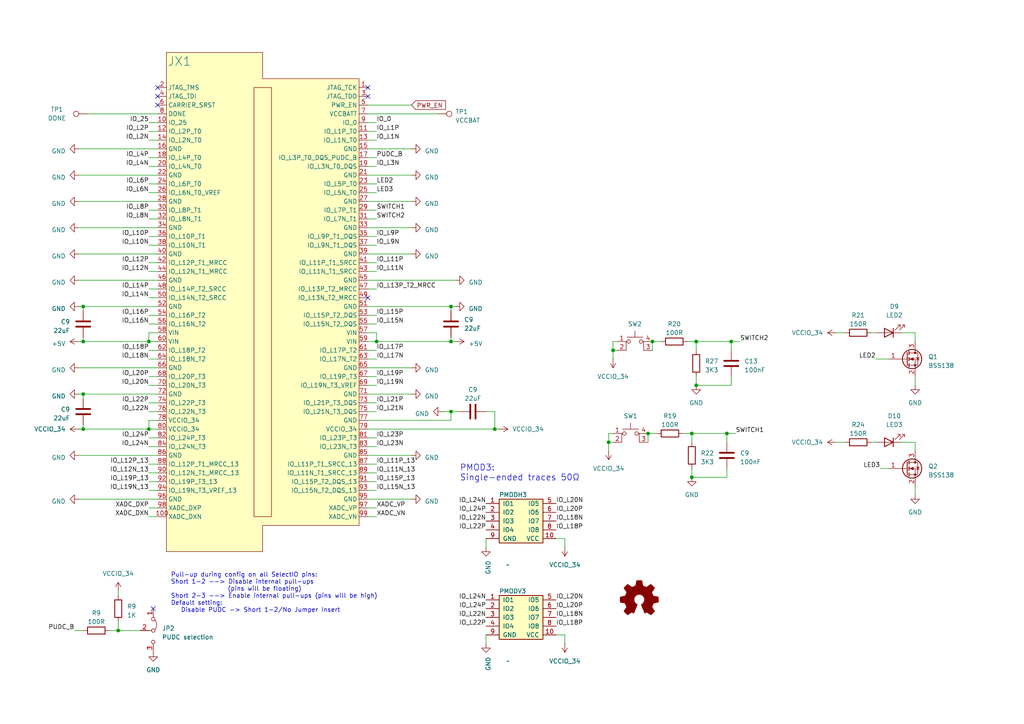
<source format=kicad_sch>
(kicad_sch (version 20250114) (generator "eeschema") (generator_version "9.0")
  (paper "A4")
  (title_block (title "MicroZed development carrier board") (date "2023-08-19") (rev "4") (comment 1 "               License: Creative Commons Zero") (comment 3 "               (c) 2023 Viktor Nikolov"))
  (lib_symbols
    (symbol "Connector:TestPoint" (pin_numbers (hide yes)) (pin_names (offset 0.762) (hide yes))
      (property "Reference" "TP" (at 0 6.858 0))
      (property "Value" "TestPoint" (at 0 5.08 0))
      (symbol "TestPoint_0_1"
        (circle (center 0 3.302) (radius 0.762))
      )
      (symbol "TestPoint_1_1"
        (pin passive line (at 0 0 90) (length 2.54) (name "1") (number "1"))
      )
    )
    (symbol "Device:C" (pin_numbers (hide yes)) (pin_names (offset 0.254))
      (property "Reference" "C" (at 0.635 2.54 0))
      (property "Value" "C" (at 0.635 -2.54 0))
      (symbol "C_0_1"
        (polyline (pts (xy -2.032 0.762) (xy 2.032 0.762)) (stroke (width 0.508)))
        (polyline (pts (xy -2.032 -0.762) (xy 2.032 -0.762)) (stroke (width 0.508)))
      )
      (symbol "C_1_1"
        (pin passive line (at 0 3.81 270) (length 2.794) (name "~") (number "1"))
        (pin passive line (at 0 -3.81 90) (length 2.794) (name "~") (number "2"))
      )
    )
    (symbol "Device:LED" (pin_numbers (hide yes)) (pin_names (offset 1.016) (hide yes))
      (property "Reference" "D" (at 0 2.54 0))
      (property "Value" "LED" (at 0 -2.54 0))
      (symbol "LED_0_1"
        (polyline (pts (xy -3.048 -0.762) (xy -4.572 -2.286) (xy -3.81 -2.286) (xy -4.572 -2.286) (xy -4.572 -1.524)))
        (polyline (pts (xy -1.778 -0.762) (xy -3.302 -2.286) (xy -2.54 -2.286) (xy -3.302 -2.286) (xy -3.302 -1.524)))
        (polyline (pts (xy -1.27 0) (xy 1.27 0)))
        (polyline (pts (xy -1.27 -1.27) (xy -1.27 1.27)) (stroke (width 0.254)))
        (polyline (pts (xy 1.27 -1.27) (xy 1.27 1.27) (xy -1.27 0) (xy 1.27 -1.27)) (stroke (width 0.254)))
      )
      (symbol "LED_1_1"
        (pin passive line (at -3.81 0 0) (length 2.54) (name "K") (number "1"))
        (pin passive line (at 3.81 0 180) (length 2.54) (name "A") (number "2"))
      )
    )
    (symbol "Device:R" (pin_numbers (hide yes)) (pin_names (offset 0))
      (property "Reference" "R" (at 2.032 0 90))
      (property "Value" "R" (at 0 0 90))
      (symbol "R_0_1"
        (rectangle (start -1.016 -2.54) (end 1.016 2.54) (stroke (width 0.254)))
      )
      (symbol "R_1_1"
        (pin passive line (at 0 3.81 270) (length 1.27) (name "~") (number "1"))
        (pin passive line (at 0 -3.81 90) (length 1.27) (name "~") (number "2"))
      )
    )
    (symbol "Graphic:Logo_Open_Hardware_Small" (in_bom no) (on_board no)
      (symbol "Logo_Open_Hardware_Small_0_1"
        (polyline (pts (xy 3.3528 -4.3434) (xy 3.302 -4.318) (xy 3.175 -4.2418) (xy 2.9972 -4.1148) (xy 2.7686 -3.9624) (xy 2.54 -3.81) (xy 2.3622 -3.7084) (xy 2.2352 -3.6068) (xy 2.1844 -3.5814) (xy 2.159 -3.6068) (xy 2.0574 -3.6576) (xy 1.905 -3.7338) (xy 1.8034 -3.7846) (xy 1.6764 -3.8354) (xy 1.6002 -3.8354) (xy 1.6002 -3.8354) (xy 1.5494 -3.7338) (xy 1.4732 -3.5306) (xy 1.3462 -3.302) (xy 1.2446 -3.0226) (xy 1.1176 -2.7178) (xy 0.9652 -2.413) (xy 0.8636 -2.1082) (xy 0.7366 -1.8288) (xy 0.6604 -1.6256) (xy 0.6096 -1.4732) (xy 0.5842 -1.397) (xy 0.5842 -1.397) (xy 0.6604 -1.3208) (xy 0.7874 -1.2446) (xy 1.0414 -1.016) (xy 1.2954 -0.6858) (xy 1.4478 -0.3302) (xy 1.524 0.0762) (xy 1.4732 0.4572) (xy 1.3208 0.8128) (xy 1.0668 1.143) (xy 0.762 1.3716) (xy 0.4064 1.524) (xy 0 1.5748) (xy -0.381 1.5494) (xy -0.7366 1.397) (xy -1.0668 1.143) (xy -1.2192 0.9906) (xy -1.397 0.6604) (xy -1.524 0.3048) (xy -1.524 0.2286) (xy -1.4986 -0.1778) (xy -1.397 -0.5334) (xy -1.1938 -0.8636) (xy -0.9144 -1.143) (xy -0.8636 -1.1684) (xy -0.7366 -1.27) (xy -0.635 -1.3462) (xy -0.5842 -1.397) (xy -1.0668 -2.5908) (xy -1.143 -2.794) (xy -1.2954 -3.1242) (xy -1.397 -3.4036) (xy -1.4986 -3.6322) (xy -1.5748 -3.7846) (xy -1.6002 -3.8354) (xy -1.6002 -3.8354) (xy -1.651 -3.8354) (xy -1.7272 -3.81) (xy -1.905 -3.7338) (xy -2.0066 -3.683) (xy -2.1336 -3.6068) (xy -2.2098 -3.5814) (xy -2.2606 -3.6068) (xy -2.3622 -3.683) (xy -2.54 -3.81) (xy -2.7686 -3.9624) (xy -2.9718 -4.0894) (xy -3.1496 -4.2164) (xy -3.302 -4.318) (xy -3.3528 -4.3434) (xy -3.3782 -4.3434) (xy -3.429 -4.318) (xy -3.5306 -4.2164) (xy -3.7084 -4.064) (xy -3.937 -3.8354) (xy -3.9624 -3.81) (xy -4.1656 -3.6068) (xy -4.318 -3.4544) (xy -4.4196 -3.3274) (xy -4.445 -3.2766) (xy -4.445 -3.2766) (xy -4.4196 -3.2258) (xy -4.318 -3.0734) (xy -4.2164 -2.8956) (xy -4.064 -2.667) (xy -3.6576 -2.0828) (xy -3.8862 -1.5494) (xy -3.937 -1.3716) (xy -4.0386 -1.1684) (xy -4.0894 -1.0414) (xy -4.1148 -0.9652) (xy -4.191 -0.9398) (xy -4.318 -0.9144) (xy -4.5466 -0.8636) (xy -4.8006 -0.8128) (xy -5.0546 -0.7874) (xy -5.2578 -0.7366) (xy -5.4356 -0.7112) (xy -5.5118 -0.6858) (xy -5.5118 -0.6858) (xy -5.5372 -0.635) (xy -5.5372 -0.5588) (xy -5.5372 -0.4318) (xy -5.5626 -0.2286) (xy -5.5626 0.0762) (xy -5.5626 0.127) (xy -5.5372 0.4064) (xy -5.5372 0.635) (xy -5.5372 0.762) (xy -5.5372 0.8382) (xy -5.5372 0.8382) (xy -5.461 0.8382) (xy -5.3086 0.889) (xy -5.08 0.9144) (xy -4.826 0.9652) (xy -4.8006 0.9906) (xy -4.5466 1.0414) (xy -4.318 1.0668) (xy -4.1656 1.1176) (xy -4.0894 1.143) (xy -4.0894 1.143) (xy -4.0386 1.2446) (xy -3.9624 1.4224) (xy -3.8608 1.6256) (xy -3.7846 1.8288) (xy -3.7084 2.0066) (xy -3.6576 2.159) (xy -3.6322 2.2098) (xy -3.6322 2.2098) (xy -3.683 2.286) (xy -3.7592 2.413) (xy -3.8862 2.5908) (xy -4.064 2.8194) (xy -4.064 2.8448) (xy -4.2164 3.0734) (xy -4.3434 3.2512) (xy -4.4196 3.3782) (xy -4.445 3.4544) (xy -4.445 3.4544) (xy -4.3942 3.5052) (xy -4.2926 3.6322) (xy -4.1148 3.81) (xy -3.937 4.0132) (xy -3.8608 4.064) (xy -3.6576 4.2926) (xy -3.5052 4.4196) (xy -3.4036 4.4958) (xy -3.3528 4.5212) (xy -3.3528 4.5212) (xy -3.302 4.4704) (xy -3.1496 4.3688) (xy -2.9718 4.2418) (xy -2.7432 4.0894) (xy -2.7178 4.0894) (xy -2.4892 3.937) (xy -2.3114 3.81) (xy -2.1844 3.7084) (xy -2.1336 3.683) (xy -2.1082 3.683) (xy -2.032 3.7084) (xy -1.8542 3.7592) (xy -1.6764 3.8354) (xy -1.4732 3.937) (xy -1.27 4.0132) (xy -1.143 4.064) (xy -1.0668 4.1148) (xy -1.0668 4.1148) (xy -1.0414 4.191) (xy -1.016 4.3434) (xy -0.9652 4.572) (xy -0.9144 4.8514) (xy -0.889 4.9022) (xy -0.8382 5.1562) (xy -0.8128 5.3848) (xy -0.7874 5.5372) (xy -0.762 5.588) (xy -0.7112 5.6134) (xy -0.5842 5.6134) (xy -0.4064 5.6134) (xy -0.1524 5.6134) (xy 0.0762 5.6134) (xy 0.3302 5.6134) (xy 0.5334 5.6134) (xy 0.6858 5.588) (xy 0.7366 5.588) (xy 0.7366 5.588) (xy 0.762 5.5118) (xy 0.8128 5.334) (xy 0.8382 5.1054) (xy 0.9144 4.826) (xy 0.9144 4.7752) (xy 0.9652 4.5212) (xy 1.016 4.2926) (xy 1.0414 4.1402) (xy 1.0668 4.0894) (xy 1.0668 4.0894) (xy 1.1938 4.0386) (xy 1.3716 3.9624) (xy 1.5748 3.8608) (xy 2.0828 3.6576) (xy 2.7178 4.0894) (xy 2.7686 4.1402) (xy 2.9972 4.2926) (xy 3.175 4.4196) (xy 3.302 4.4958) (xy 3.3782 4.5212) (xy 3.3782 4.5212) (xy 3.429 4.4704) (xy 3.556 4.3434) (xy 3.7338 4.191) (xy 3.9116 3.9878) (xy 4.064 3.8354) (xy 4.2418 3.6576) (xy 4.3434 3.556) (xy 4.4196 3.4798) (xy 4.4196 3.429) (xy 4.4196 3.4036) (xy 4.3942 3.3274) (xy 4.2926 3.2004) (xy 4.1656 2.9972) (xy 4.0132 2.794) (xy 3.8862 2.5908) (xy 3.7592 2.3876) (xy 3.6576 2.2352) (xy 3.6322 2.159) (xy 3.6322 2.1336) (xy 3.683 2.0066) (xy 3.7592 1.8288) (xy 3.8608 1.6002) (xy 4.064 1.1176) (xy 4.3942 1.0414) (xy 4.5974 1.016) (xy 4.8768 0.9652) (xy 5.1308 0.9144) (xy 5.5372 0.8382) (xy 5.5626 -0.6604) (xy 5.4864 -0.6858) (xy 5.4356 -0.6858) (xy 5.2832 -0.7366) (xy 5.0546 -0.762) (xy 4.8006 -0.8128) (xy 4.5974 -0.8636) (xy 4.3688 -0.9144) (xy 4.2164 -0.9398) (xy 4.1402 -0.9398) (xy 4.1148 -0.9652) (xy 4.064 -1.0668) (xy 3.9878 -1.2446) (xy 3.9116 -1.4478) (xy 3.81 -1.651) (xy 3.7338 -1.8542) (xy 3.683 -2.0066) (xy 3.6576 -2.0828) (xy 3.683 -2.1336) (xy 3.7846 -2.2606) (xy 3.8862 -2.4638) (xy 4.0386 -2.667) (xy 4.191 -2.8956) (xy 4.318 -3.0734) (xy 4.3942 -3.2004) (xy 4.445 -3.2766) (xy 4.4196 -3.3274) (xy 4.3434 -3.429) (xy 4.1656 -3.5814) (xy 3.937 -3.8354) (xy 3.8862 -3.8608) (xy 3.683 -4.064) (xy 3.5306 -4.2164) (xy 3.4036 -4.318) (xy 3.3528 -4.3434)) (fill (type outline)))
      )
    )
    (symbol "Jumper:Jumper_3_Bridged12" (pin_names (offset 0) (hide yes))
      (property "Reference" "JP" (at -2.54 -2.54 0))
      (property "Value" "Jumper_3_Bridged12" (at 0 2.794 0))
      (symbol "Jumper_3_Bridged12_0_0"
        (circle (center -3.302 0) (radius 0.508))
        (circle (center 0 0) (radius 0.508))
        (circle (center 3.302 0) (radius 0.508))
      )
      (symbol "Jumper_3_Bridged12_0_1"
        (arc (start -3.048 0.508) (mid -1.651 0.9912) (end -0.254 0.508))
        (polyline (pts (xy 0 -1.27) (xy 0 -0.508)))
      )
      (symbol "Jumper_3_Bridged12_1_1"
        (pin passive line (at -6.35 0 0) (length 2.54) (name "A") (number "1"))
        (pin passive line (at 0 -3.81 90) (length 2.54) (name "C") (number "2"))
        (pin passive line (at 6.35 0 180) (length 2.54) (name "B") (number "3"))
      )
    )
    (symbol "Switch:SW_MEC_5E" (pin_names (offset 1.016) (hide yes))
      (property "Reference" "SW" (at 0.635 5.715 0))
      (property "Value" "SW_MEC_5E" (at 0 -3.175 0))
      (symbol "SW_MEC_5E_0_1"
        (polyline (pts (xy -2.54 0) (xy -2.54 2.54) (xy -2.286 2.54)))
        (polyline (pts (xy -2.286 3.81) (xy 2.286 3.81)))
        (circle (center -1.778 2.54) (radius 0.508))
        (polyline (pts (xy 0 3.81) (xy 0 5.588)))
        (circle (center 1.778 2.54) (radius 0.508))
        (polyline (pts (xy 2.54 0) (xy 2.54 2.54) (xy 2.286 2.54)))
        (pin passive line (at -5.08 2.54 0) (length 2.54) (name "1") (number "1"))
        (pin passive line (at -5.08 0 0) (length 2.54) (name "2") (number "2"))
        (pin passive line (at 5.08 2.54 180) (length 2.54) (name "A") (number "4"))
        (pin passive line (at 5.08 0 180) (length 2.54) (name "K") (number "3"))
      )
    )
    (symbol "Transistor_FET:BSS138" (pin_names (hide yes))
      (property "Reference" "Q" (at 5.08 1.905 0))
      (property "Value" "BSS138" (at 5.08 0 0))
      (symbol "BSS138_0_1"
        (polyline (pts (xy 0.254 1.905) (xy 0.254 -1.905)) (stroke (width 0.254)))
        (polyline (pts (xy 0.254 0) (xy -2.54 0)))
        (polyline (pts (xy 0.762 2.286) (xy 0.762 1.27)) (stroke (width 0.254)))
        (polyline (pts (xy 0.762 0.508) (xy 0.762 -0.508)) (stroke (width 0.254)))
        (polyline (pts (xy 0.762 -1.27) (xy 0.762 -2.286)) (stroke (width 0.254)))
        (polyline (pts (xy 0.762 -1.778) (xy 3.302 -1.778) (xy 3.302 1.778) (xy 0.762 1.778)))
        (polyline (pts (xy 1.016 0) (xy 2.032 0.381) (xy 2.032 -0.381) (xy 1.016 0)) (fill (type outline)))
        (circle (center 1.651 0) (radius 2.794) (stroke (width 0.254)))
        (polyline (pts (xy 2.54 2.54) (xy 2.54 1.778)))
        (circle (center 2.54 1.778) (radius 0.254) (fill (type outline)))
        (circle (center 2.54 -1.778) (radius 0.254) (fill (type outline)))
        (polyline (pts (xy 2.54 -2.54) (xy 2.54 0) (xy 0.762 0)))
        (polyline (pts (xy 2.794 0.508) (xy 2.921 0.381) (xy 3.683 0.381) (xy 3.81 0.254)))
        (polyline (pts (xy 3.302 0.381) (xy 2.921 -0.254) (xy 3.683 -0.254) (xy 3.302 0.381)))
      )
      (symbol "BSS138_1_1"
        (pin input line (at -5.08 0 0) (length 2.54) (name "G") (number "1"))
        (pin passive line (at 2.54 5.08 270) (length 2.54) (name "D") (number "3"))
        (pin passive line (at 2.54 -5.08 90) (length 2.54) (name "S") (number "2"))
      )
    )
    (symbol "Viktor_symbols:MicroZed_carrier_plug_JX1"
      (property "Reference" "JX1" (at -22.86 6.985 0))
      (symbol "MicroZed_carrier_plug_JX1_0_0"
        (pin bidirectional line (at -30.48 0 0) (length 2.54) (name "JTAG_TMS") (number "2"))
        (pin bidirectional line (at -30.48 -2.54 0) (length 2.54) (name "JTAG_TDI") (number "4"))
        (pin bidirectional line (at -30.48 -5.08 0) (length 2.54) (name "CARRIER_SRST") (number "6"))
        (pin bidirectional line (at -30.48 -7.62 0) (length 2.54) (name "DONE") (number "8"))
        (pin bidirectional line (at -30.48 -10.16 0) (length 2.54) (name "IO_25") (number "10"))
        (pin bidirectional line (at -30.48 -12.7 0) (length 2.54) (name "IO_L2P_T0") (number "12"))
        (pin bidirectional line (at -30.48 -15.24 0) (length 2.54) (name "IO_L2N_T0") (number "14"))
        (pin power_out line (at -30.48 -17.78 0) (length 2.54) (name "GND") (number "16"))
        (pin bidirectional line (at -30.48 -20.32 0) (length 2.54) (name "IO_L4P_T0") (number "18"))
        (pin bidirectional line (at -30.48 -22.86 0) (length 2.54) (name "IO_L4N_T0") (number "20"))
        (pin power_out line (at -30.48 -25.4 0) (length 2.54) (name "GND") (number "22"))
        (pin output line (at -30.48 -27.94 0) (length 2.54) (name "IO_L6P_T0") (number "24"))
        (pin output line (at -30.48 -30.48 0) (length 2.54) (name "IO_L6N_T0_VREF") (number "26"))
        (pin power_out line (at -30.48 -33.02 0) (length 2.54) (name "GND") (number "28"))
        (pin output line (at -30.48 -35.56 0) (length 2.54) (name "IO_L8P_T1") (number "30"))
        (pin bidirectional line (at -30.48 -38.1 0) (length 2.54) (name "IO_L8N_T1") (number "32"))
        (pin power_out line (at -30.48 -40.64 0) (length 2.54) (name "GND") (number "34"))
        (pin bidirectional line (at -30.48 -43.18 0) (length 2.54) (name "IO_L10P_T1") (number "36"))
        (pin bidirectional line (at -30.48 -45.72 0) (length 2.54) (name "IO_L10N_T1") (number "38"))
        (pin power_out line (at -30.48 -48.26 0) (length 2.54) (name "GND") (number "40"))
        (pin bidirectional line (at -30.48 -50.8 0) (length 2.54) (name "IO_L12P_T1_MRCC") (number "42"))
        (pin bidirectional line (at -30.48 -53.34 0) (length 2.54) (name "IO_L12N_T1_MRCC") (number "44"))
        (pin power_out line (at -30.48 -55.88 0) (length 2.54) (name "GND") (number "46"))
        (pin bidirectional line (at -30.48 -58.42 0) (length 2.54) (name "IO_L14P_T2_SRCC") (number "48"))
        (pin bidirectional line (at -30.48 -60.96 0) (length 2.54) (name "IO_L14N_T2_SRCC") (number "50"))
        (pin power_out line (at -30.48 -63.5 0) (length 2.54) (name "GND") (number "52"))
        (pin bidirectional line (at -30.48 -66.04 0) (length 2.54) (name "IO_L16P_T2") (number "54"))
        (pin bidirectional line (at -30.48 -68.58 0) (length 2.54) (name "IO_L16N_T2") (number "56"))
        (pin power_in line (at -30.48 -71.12 0) (length 2.54) (name "VIN") (number "58"))
        (pin power_in line (at -30.48 -73.66 0) (length 2.54) (name "VIN") (number "60"))
        (pin bidirectional line (at -30.48 -76.2 0) (length 2.54) (name "IO_L18P_T2") (number "62"))
        (pin bidirectional line (at -30.48 -78.74 0) (length 2.54) (name "IO_L18N_T2") (number "64"))
        (pin power_out line (at -30.48 -81.28 0) (length 2.54) (name "GND") (number "66"))
        (pin bidirectional line (at -30.48 -83.82 0) (length 2.54) (name "IO_L20P_T3") (number "68"))
        (pin bidirectional line (at -30.48 -86.36 0) (length 2.54) (name "IO_L20N_T3") (number "70"))
        (pin power_out line (at -30.48 -88.9 0) (length 2.54) (name "GND") (number "72"))
        (pin bidirectional line (at -30.48 -91.44 0) (length 2.54) (name "IO_L22P_T3") (number "74"))
        (pin bidirectional line (at -30.48 -93.98 0) (length 2.54) (name "IO_L22N_T3") (number "76"))
        (pin power_in line (at -30.48 -96.52 0) (length 2.54) (name "VCCIO_34") (number "78"))
        (pin power_in line (at -30.48 -99.06 0) (length 2.54) (name "VCCIO_34") (number "80"))
        (pin bidirectional line (at -30.48 -101.6 0) (length 2.54) (name "IO_L24P_T3") (number "82"))
        (pin bidirectional line (at -30.48 -104.14 0) (length 2.54) (name "IO_L24N_T3") (number "84"))
        (pin power_out line (at -30.48 -106.68 0) (length 2.54) (name "GND") (number "86"))
        (pin bidirectional line (at -30.48 -109.22 0) (length 2.54) (name "IO_L12P_T1_MRCC_13") (number "88"))
        (pin bidirectional line (at -30.48 -111.76 0) (length 2.54) (name "IO_L12N_T1_MRCC_13") (number "90"))
        (pin bidirectional line (at -30.48 -114.3 0) (length 2.54) (name "IO_L19P_T3_13") (number "92"))
        (pin bidirectional line (at -30.48 -116.84 0) (length 2.54) (name "IO_L19N_T3_VREF_13") (number "94"))
        (pin power_out line (at -30.48 -119.38 0) (length 2.54) (name "GND") (number "96"))
        (pin bidirectional line (at -30.48 -121.92 0) (length 2.54) (name "XADC_DXP") (number "98"))
        (pin bidirectional line (at -30.48 -124.46 0) (length 2.54) (name "XADC_DXN") (number "100"))
        (pin output line (at 30.48 0 180) (length 2.54) (name "JTAG_TCK") (number "1"))
        (pin bidirectional line (at 30.48 -2.54 180) (length 2.54) (name "JTAG_TDO") (number "3"))
        (pin bidirectional line (at 30.48 -5.08 180) (length 2.54) (name "PWR_EN") (number "5"))
        (pin power_in line (at 30.48 -7.62 180) (length 2.54) (name "VCCBATT") (number "7"))
        (pin bidirectional line (at 30.48 -10.16 180) (length 2.54) (name "IO_0") (number "9"))
        (pin bidirectional line (at 30.48 -12.7 180) (length 2.54) (name "IO_L1P_T0") (number "11"))
        (pin bidirectional line (at 30.48 -15.24 180) (length 2.54) (name "IO_L1N_T0") (number "13"))
        (pin power_out line (at 30.48 -17.78 180) (length 2.54) (name "GND") (number "15"))
        (pin bidirectional line (at 30.48 -20.32 180) (length 2.54) (name "IO_L3P_T0_DQS_PUDC_B") (number "17"))
        (pin bidirectional line (at 30.48 -22.86 180) (length 2.54) (name "IO_L3N_T0_DQS") (number "19"))
        (pin power_out line (at 30.48 -25.4 180) (length 2.54) (name "GND") (number "21"))
        (pin output line (at 30.48 -27.94 180) (length 2.54) (name "IO_L5P_T0") (number "23"))
        (pin output line (at 30.48 -30.48 180) (length 2.54) (name "IO_L5N_T0") (number "25"))
        (pin power_out line (at 30.48 -33.02 180) (length 2.54) (name "GND") (number "27"))
        (pin output line (at 30.48 -35.56 180) (length 2.54) (name "IO_L7P_T1") (number "29"))
        (pin output line (at 30.48 -38.1 180) (length 2.54) (name "IO_L7N_T1") (number "31"))
        (pin power_out line (at 30.48 -40.64 180) (length 2.54) (name "GND") (number "33"))
        (pin bidirectional line (at 30.48 -43.18 180) (length 2.54) (name "IO_L9P_T1_DQS") (number "35"))
        (pin bidirectional line (at 30.48 -45.72 180) (length 2.54) (name "IO_L9N_T1_DQS") (number "37"))
        (pin power_out line (at 30.48 -48.26 180) (length 2.54) (name "GND") (number "39"))
        (pin bidirectional line (at 30.48 -50.8 180) (length 2.54) (name "IO_L11P_T1_SRCC") (number "41"))
        (pin bidirectional line (at 30.48 -53.34 180) (length 2.54) (name "IO_L11N_T1_SRCC") (number "43"))
        (pin power_out line (at 30.48 -55.88 180) (length 2.54) (name "GND") (number "45"))
        (pin bidirectional line (at 30.48 -58.42 180) (length 2.54) (name "IO_L13P_T2_MRCC") (number "47"))
        (pin bidirectional line (at 30.48 -60.96 180) (length 2.54) (name "IO_L13N_T2_MRCC") (number "49"))
        (pin power_out line (at 30.48 -63.5 180) (length 2.54) (name "GND") (number "51"))
        (pin bidirectional line (at 30.48 -66.04 180) (length 2.54) (name "IO_L15P_T2_DQS") (number "53"))
        (pin bidirectional line (at 30.48 -68.58 180) (length 2.54) (name "IO_L15N_T2_DQS") (number "55"))
        (pin power_in line (at 30.48 -71.12 180) (length 2.54) (name "VIN") (number "57"))
        (pin power_in line (at 30.48 -73.66 180) (length 2.54) (name "VIN") (number "59"))
        (pin bidirectional line (at 30.48 -76.2 180) (length 2.54) (name "IO_L17P_T2") (number "61"))
        (pin bidirectional line (at 30.48 -78.74 180) (length 2.54) (name "IO_L17N_T2") (number "63"))
        (pin power_out line (at 30.48 -81.28 180) (length 2.54) (name "GND") (number "65"))
        (pin bidirectional line (at 30.48 -83.82 180) (length 2.54) (name "IO_L19P_T3") (number "67"))
        (pin bidirectional line (at 30.48 -86.36 180) (length 2.54) (name "IO_L19N_T3_VREF") (number "69"))
        (pin power_out line (at 30.48 -88.9 180) (length 2.54) (name "GND") (number "71"))
        (pin bidirectional line (at 30.48 -91.44 180) (length 2.54) (name "IO_L21P_T3_DQS") (number "73"))
        (pin bidirectional line (at 30.48 -93.98 180) (length 2.54) (name "IO_L21N_T3_DQS") (number "75"))
        (pin power_out line (at 30.48 -96.52 180) (length 2.54) (name "GND") (number "77"))
        (pin power_in line (at 30.48 -99.06 180) (length 2.54) (name "VCCIO_34") (number "79"))
        (pin bidirectional line (at 30.48 -101.6 180) (length 2.54) (name "IO_L23P_T3") (number "81"))
        (pin bidirectional line (at 30.48 -104.14 180) (length 2.54) (name "IO_L23N_T3") (number "83"))
        (pin power_out line (at 30.48 -106.68 180) (length 2.54) (name "GND") (number "85"))
        (pin bidirectional line (at 30.48 -109.22 180) (length 2.54) (name "IO_L11P_T1_SRCC_13") (number "87"))
        (pin bidirectional line (at 30.48 -111.76 180) (length 2.54) (name "IO_L11N_T1_SRCC_13") (number "89"))
        (pin bidirectional line (at 30.48 -114.3 180) (length 2.54) (name "IO_L15P_T2_DQS_13") (number "91"))
        (pin bidirectional line (at 30.48 -116.84 180) (length 2.54) (name "IO_L15N_T2_DQS_13") (number "93"))
        (pin power_out line (at 30.48 -119.38 180) (length 2.54) (name "GND") (number "95"))
        (pin bidirectional line (at 30.48 -121.92 180) (length 2.54) (name "XADC_VP") (number "97"))
        (pin bidirectional line (at 30.48 -124.46 180) (length 2.54) (name "XADC_VN") (number "99"))
      )
      (symbol "MicroZed_carrier_plug_JX1_0_1"
        (rectangle (start -2.54 0) (end 2.54 -124.46))
      )
      (symbol "MicroZed_carrier_plug_JX1_1_1"
        (polyline (pts (xy 27.94 2.54) (xy 27.94 -127) (xy 0 -127) (xy 0 -134.62) (xy -27.94 -134.62) (xy -27.94 10.16) (xy 0 10.16) (xy 0 2.54) (xy 27.94 2.54)) (fill (type background)))
      )
    )
    (symbol "Viktor_symbols:PMOD_socket" (pin_names (offset 1.016))
      (property "Reference" "J" (at -3.81 10.16 0))
      (symbol "PMOD_socket_1_1"
        (rectangle (start -6.35 8.89) (end 6.35 -3.81) (stroke (width 0.254)) (fill (type background)))
        (pin bidirectional line (at -10.16 7.62 0) (length 3.81) (name "IO1") (number "1"))
        (pin bidirectional line (at -10.16 5.08 0) (length 3.81) (name "IO2") (number "2"))
        (pin bidirectional line (at -10.16 2.54 0) (length 3.81) (name "IO3") (number "3"))
        (pin bidirectional line (at -10.16 0 0) (length 3.81) (name "IO4") (number "4"))
        (pin power_out line (at -10.16 -2.54 0) (length 3.81) (name "GND") (number "9"))
        (pin bidirectional line (at 10.16 7.62 180) (length 3.81) (name "IO5") (number "5"))
        (pin bidirectional line (at 10.16 5.08 180) (length 3.81) (name "IO6") (number "6"))
        (pin bidirectional line (at 10.16 2.54 180) (length 3.81) (name "IO7") (number "7"))
        (pin bidirectional line (at 10.16 0 180) (length 3.81) (name "IO8") (number "8"))
        (pin power_in line (at 10.16 -2.54 180) (length 3.81) (name "VCC") (number "10"))
      )
    )
    (symbol "power:+5V" (power) (pin_names (offset 0))
      (property "Value" "+5V" (at 0 3.556 0))
      (symbol "+5V_0_1"
        (polyline (pts (xy -0.762 1.27) (xy 0 2.54)))
        (polyline (pts (xy 0 2.54) (xy 0.762 1.27)))
        (polyline (pts (xy 0 0) (xy 0 2.54)))
      )
      (symbol "+5V_1_1"
        (pin power_in line (at 0 0 90) (length 0) (hide yes) (name "+5V") (number "1"))
      )
    )
    (symbol "power:GND" (power) (pin_names (offset 0))
      (property "Value" "GND" (at 0 -3.81 0))
      (symbol "GND_0_1"
        (polyline (pts (xy 0 0) (xy 0 -1.27) (xy 1.27 -1.27) (xy 0 -2.54) (xy -1.27 -1.27) (xy 0 -1.27)))
      )
      (symbol "GND_1_1"
        (pin power_in line (at 0 0 270) (length 0) (hide yes) (name "GND") (number "1"))
      )
    )
    (symbol "power:VCC" (power) (pin_numbers (hide yes)) (pin_names (offset 0) (hide yes))
      (property "Value" "VCC" (at 0 3.556 0))
      (symbol "VCC_0_1"
        (polyline (pts (xy -0.762 1.27) (xy 0 2.54)))
        (polyline (pts (xy 0 2.54) (xy 0.762 1.27)))
        (polyline (pts (xy 0 0) (xy 0 2.54)))
      )
      (symbol "VCC_1_1"
        (pin power_in line (at 0 0 90) (length 0) (name "~") (number "1"))
      )
    )
  )
  (text "PMOD3:\nSingle-ended traces 50Ω" (at 133.35 139.7 0) (effects (font (size 1.778 1.778)) (justify left bottom)))
  (text "Pull-up during config on all SelectIO pins:\nShort 1-2 --> Disable internal pull-ups \n                 (pins will be floating)\nShort 2-3 --> Enable internal pull-ups (pins will be high)\nDefault setting:\n   Disable PUDC -> Short 1-2/No Jumper Insert" (at 49.53 177.8 0) (effects (font (size 1.27 1.27)) (justify left bottom)))
  (junction (at 177.8 101.6))
  (junction (at 212.09 99.06))
  (junction (at 200.66 138.43))
  (junction (at 200.66 125.73))
  (junction (at 24.13 99.06))
  (junction (at 210.82 125.73))
  (junction (at 130.81 119.38))
  (junction (at 187.96 125.73))
  (junction (at 43.18 124.46))
  (junction (at 189.23 99.06))
  (junction (at 130.81 88.9))
  (junction (at 34.29 182.88))
  (junction (at 201.93 111.76))
  (junction (at 109.22 99.06))
  (junction (at 176.53 128.27))
  (junction (at 130.81 99.06))
  (junction (at 201.93 99.06))
  (junction (at 24.13 124.46))
  (junction (at 143.51 124.46))
  (junction (at 24.13 88.9))
  (junction (at 24.13 114.3))
  (junction (at 43.18 99.06))
  (no_connect (at 106.68 86.36))
  (no_connect (at 45.72 25.4))
  (no_connect (at 45.72 30.48))
  (no_connect (at 106.68 25.4))
  (no_connect (at 45.72 27.94))
  (no_connect (at 44.45 176.53))
  (no_connect (at 106.68 27.94))
  (wire (pts (xy 201.93 99.06) (xy 201.93 101.6)))
  (wire (pts (xy 106.68 119.38) (xy 109.22 119.38)))
  (wire (pts (xy 210.82 135.89) (xy 210.82 138.43)))
  (wire (pts (xy 22.86 132.08) (xy 45.72 132.08)))
  (wire (pts (xy 43.18 38.1) (xy 45.72 38.1)))
  (wire (pts (xy 106.68 132.08) (xy 119.38 132.08)))
  (wire (pts (xy 24.13 114.3) (xy 45.72 114.3)))
  (wire (pts (xy 140.97 186.69) (xy 140.97 184.15)))
  (wire (pts (xy 106.68 38.1) (xy 109.22 38.1)))
  (wire (pts (xy 22.86 106.68) (xy 45.72 106.68)))
  (wire (pts (xy 106.68 121.92) (xy 130.81 121.92)))
  (wire (pts (xy 106.68 83.82) (xy 109.22 83.82)))
  (wire (pts (xy 128.27 119.38) (xy 130.81 119.38)))
  (wire (pts (xy 43.18 63.5) (xy 45.72 63.5)))
  (wire (pts (xy 176.53 128.27) (xy 177.8 128.27)))
  (wire (pts (xy 22.86 144.78) (xy 45.72 144.78)))
  (wire (pts (xy 106.68 149.86) (xy 109.22 149.86)))
  (wire (pts (xy 210.82 125.73) (xy 210.82 128.27)))
  (wire (pts (xy 109.22 99.06) (xy 130.81 99.06)))
  (wire (pts (xy 106.68 109.22) (xy 109.22 109.22)))
  (wire (pts (xy 43.18 45.72) (xy 45.72 45.72)))
  (wire (pts (xy 43.18 139.7) (xy 45.72 139.7)))
  (wire (pts (xy 254 104.14) (xy 257.81 104.14)))
  (wire (pts (xy 265.43 128.27) (xy 265.43 130.81)))
  (wire (pts (xy 106.68 101.6) (xy 109.22 101.6)))
  (wire (pts (xy 43.18 71.12) (xy 45.72 71.12)))
  (wire (pts (xy 106.68 93.98) (xy 109.22 93.98)))
  (wire (pts (xy 106.68 53.34) (xy 109.22 53.34)))
  (wire (pts (xy 106.68 58.42) (xy 119.38 58.42)))
  (wire (pts (xy 265.43 140.97) (xy 265.43 143.51)))
  (wire (pts (xy 200.66 125.73) (xy 210.82 125.73)))
  (wire (pts (xy 161.29 184.15) (xy 163.83 184.15)))
  (wire (pts (xy 43.18 96.52) (xy 43.18 99.06)))
  (wire (pts (xy 109.22 99.06) (xy 106.68 99.06)))
  (wire (pts (xy 130.81 88.9) (xy 130.81 90.17)))
  (wire (pts (xy 106.68 45.72) (xy 109.22 45.72)))
  (wire (pts (xy 265.43 109.22) (xy 265.43 111.76)))
  (wire (pts (xy 43.18 111.76) (xy 45.72 111.76)))
  (wire (pts (xy 24.13 97.79) (xy 24.13 99.06)))
  (wire (pts (xy 106.68 127) (xy 109.22 127)))
  (wire (pts (xy 43.18 149.86) (xy 45.72 149.86)))
  (wire (pts (xy 22.86 99.06) (xy 24.13 99.06)))
  (wire (pts (xy 106.68 71.12) (xy 109.22 71.12)))
  (wire (pts (xy 43.18 134.62) (xy 45.72 134.62)))
  (wire (pts (xy 140.97 158.75) (xy 140.97 156.21)))
  (wire (pts (xy 200.66 125.73) (xy 200.66 128.27)))
  (wire (pts (xy 187.96 125.73) (xy 190.5 125.73)))
  (wire (pts (xy 43.18 142.24) (xy 45.72 142.24)))
  (wire (pts (xy 22.86 124.46) (xy 24.13 124.46)))
  (wire (pts (xy 106.68 88.9) (xy 130.81 88.9)))
  (wire (pts (xy 43.18 101.6) (xy 45.72 101.6)))
  (wire (pts (xy 22.86 50.8) (xy 45.72 50.8)))
  (wire (pts (xy 161.29 156.21) (xy 163.83 156.21)))
  (wire (pts (xy 106.68 111.76) (xy 109.22 111.76)))
  (wire (pts (xy 43.18 119.38) (xy 45.72 119.38)))
  (wire (pts (xy 106.68 73.66) (xy 119.38 73.66)))
  (wire (pts (xy 163.83 184.15) (xy 163.83 186.69)))
  (wire (pts (xy 106.68 60.96) (xy 109.22 60.96)))
  (wire (pts (xy 200.66 138.43) (xy 210.82 138.43)))
  (wire (pts (xy 106.68 104.14) (xy 109.22 104.14)))
  (wire (pts (xy 201.93 109.22) (xy 201.93 111.76)))
  (wire (pts (xy 106.68 116.84) (xy 109.22 116.84)))
  (wire (pts (xy 106.68 35.56) (xy 109.22 35.56)))
  (wire (pts (xy 179.07 99.06) (xy 177.8 99.06)))
  (wire (pts (xy 45.72 121.92) (xy 43.18 121.92)))
  (wire (pts (xy 106.68 96.52) (xy 109.22 96.52)))
  (wire (pts (xy 140.97 119.38) (xy 143.51 119.38)))
  (wire (pts (xy 43.18 104.14) (xy 45.72 104.14)))
  (wire (pts (xy 43.18 83.82) (xy 45.72 83.82)))
  (wire (pts (xy 24.13 99.06) (xy 43.18 99.06)))
  (wire (pts (xy 106.68 78.74) (xy 109.22 78.74)))
  (wire (pts (xy 252.73 96.52) (xy 254 96.52)))
  (wire (pts (xy 22.86 81.28) (xy 45.72 81.28)))
  (wire (pts (xy 106.68 76.2) (xy 109.22 76.2)))
  (wire (pts (xy 31.75 182.88) (xy 34.29 182.88)))
  (wire (pts (xy 255.27 135.89) (xy 257.81 135.89)))
  (wire (pts (xy 22.86 88.9) (xy 24.13 88.9)))
  (wire (pts (xy 106.68 43.18) (xy 119.38 43.18)))
  (wire (pts (xy 106.68 66.04) (xy 119.38 66.04)))
  (wire (pts (xy 34.29 182.88) (xy 40.64 182.88)))
  (wire (pts (xy 43.18 127) (xy 45.72 127)))
  (wire (pts (xy 22.86 43.18) (xy 45.72 43.18)))
  (wire (pts (xy 106.68 144.78) (xy 119.38 144.78)))
  (wire (pts (xy 177.8 99.06) (xy 177.8 101.6)))
  (wire (pts (xy 24.13 114.3) (xy 24.13 115.57)))
  (wire (pts (xy 24.13 88.9) (xy 45.72 88.9)))
  (wire (pts (xy 43.18 99.06) (xy 45.72 99.06)))
  (wire (pts (xy 176.53 125.73) (xy 176.53 128.27)))
  (wire (pts (xy 106.68 81.28) (xy 132.08 81.28)))
  (wire (pts (xy 252.73 128.27) (xy 254 128.27)))
  (wire (pts (xy 212.09 99.06) (xy 214.63 99.06)))
  (wire (pts (xy 212.09 99.06) (xy 212.09 101.6)))
  (wire (pts (xy 130.81 119.38) (xy 133.35 119.38)))
  (wire (pts (xy 177.8 101.6) (xy 177.8 104.14)))
  (wire (pts (xy 106.68 50.8) (xy 119.38 50.8)))
  (wire (pts (xy 106.68 139.7) (xy 109.22 139.7)))
  (wire (pts (xy 106.68 40.64) (xy 109.22 40.64)))
  (wire (pts (xy 43.18 78.74) (xy 45.72 78.74)))
  (wire (pts (xy 210.82 125.73) (xy 213.36 125.73)))
  (wire (pts (xy 106.68 142.24) (xy 109.22 142.24)))
  (wire (pts (xy 163.83 156.21) (xy 163.83 158.75)))
  (wire (pts (xy 189.23 99.06) (xy 189.23 101.6)))
  (wire (pts (xy 109.22 96.52) (xy 109.22 99.06)))
  (wire (pts (xy 43.18 124.46) (xy 45.72 124.46)))
  (wire (pts (xy 34.29 180.34) (xy 34.29 182.88)))
  (wire (pts (xy 106.68 68.58) (xy 109.22 68.58)))
  (wire (pts (xy 242.57 96.52) (xy 245.11 96.52)))
  (wire (pts (xy 22.86 58.42) (xy 45.72 58.42)))
  (wire (pts (xy 106.68 124.46) (xy 143.51 124.46)))
  (wire (pts (xy 43.18 93.98) (xy 45.72 93.98)))
  (wire (pts (xy 199.39 99.06) (xy 201.93 99.06)))
  (wire (pts (xy 187.96 125.73) (xy 187.96 128.27)))
  (wire (pts (xy 176.53 125.73) (xy 177.8 125.73)))
  (wire (pts (xy 43.18 137.16) (xy 45.72 137.16)))
  (wire (pts (xy 106.68 114.3) (xy 119.38 114.3)))
  (wire (pts (xy 176.53 128.27) (xy 176.53 130.81)))
  (wire (pts (xy 22.86 114.3) (xy 24.13 114.3)))
  (wire (pts (xy 261.62 96.52) (xy 265.43 96.52)))
  (wire (pts (xy 143.51 119.38) (xy 143.51 124.46)))
  (wire (pts (xy 106.68 91.44) (xy 109.22 91.44)))
  (wire (pts (xy 130.81 99.06) (xy 132.08 99.06)))
  (wire (pts (xy 43.18 55.88) (xy 45.72 55.88)))
  (wire (pts (xy 106.68 137.16) (xy 109.22 137.16)))
  (wire (pts (xy 43.18 147.32) (xy 45.72 147.32)))
  (wire (pts (xy 201.93 111.76) (xy 212.09 111.76)))
  (wire (pts (xy 200.66 135.89) (xy 200.66 138.43)))
  (wire (pts (xy 43.18 53.34) (xy 45.72 53.34)))
  (wire (pts (xy 106.68 55.88) (xy 109.22 55.88)))
  (wire (pts (xy 21.59 182.88) (xy 24.13 182.88)))
  (wire (pts (xy 106.68 33.02) (xy 127 33.02)))
  (wire (pts (xy 24.13 123.19) (xy 24.13 124.46)))
  (wire (pts (xy 177.8 101.6) (xy 179.07 101.6)))
  (wire (pts (xy 106.68 30.48) (xy 119.38 30.48)))
  (wire (pts (xy 198.12 125.73) (xy 200.66 125.73)))
  (wire (pts (xy 43.18 35.56) (xy 45.72 35.56)))
  (wire (pts (xy 261.62 128.27) (xy 265.43 128.27)))
  (wire (pts (xy 43.18 76.2) (xy 45.72 76.2)))
  (wire (pts (xy 43.18 116.84) (xy 45.72 116.84)))
  (wire (pts (xy 43.18 109.22) (xy 45.72 109.22)))
  (wire (pts (xy 130.81 97.79) (xy 130.81 99.06)))
  (wire (pts (xy 106.68 129.54) (xy 109.22 129.54)))
  (wire (pts (xy 212.09 109.22) (xy 212.09 111.76)))
  (wire (pts (xy 43.18 91.44) (xy 45.72 91.44)))
  (wire (pts (xy 43.18 86.36) (xy 45.72 86.36)))
  (wire (pts (xy 242.57 128.27) (xy 245.11 128.27)))
  (wire (pts (xy 43.18 40.64) (xy 45.72 40.64)))
  (wire (pts (xy 24.13 88.9) (xy 24.13 90.17)))
  (wire (pts (xy 143.51 124.46) (xy 144.78 124.46)))
  (wire (pts (xy 106.68 134.62) (xy 109.22 134.62)))
  (wire (pts (xy 43.18 129.54) (xy 45.72 129.54)))
  (wire (pts (xy 43.18 121.92) (xy 43.18 124.46)))
  (wire (pts (xy 130.81 88.9) (xy 132.08 88.9)))
  (wire (pts (xy 43.18 60.96) (xy 45.72 60.96)))
  (wire (pts (xy 189.23 99.06) (xy 191.77 99.06)))
  (wire (pts (xy 43.18 68.58) (xy 45.72 68.58)))
  (wire (pts (xy 201.93 99.06) (xy 212.09 99.06)))
  (wire (pts (xy 106.68 147.32) (xy 109.22 147.32)))
  (wire (pts (xy 43.18 48.26) (xy 45.72 48.26)))
  (wire (pts (xy 130.81 119.38) (xy 130.81 121.92)))
  (wire (pts (xy 45.72 96.52) (xy 43.18 96.52)))
  (wire (pts (xy 106.68 63.5) (xy 109.22 63.5)))
  (wire (pts (xy 25.4 33.02) (xy 45.72 33.02)))
  (wire (pts (xy 34.29 172.72) (xy 34.29 171.45)))
  (wire (pts (xy 106.68 48.26) (xy 109.22 48.26)))
  (wire (pts (xy 22.86 73.66) (xy 45.72 73.66)))
  (wire (pts (xy 22.86 66.04) (xy 45.72 66.04)))
  (wire (pts (xy 24.13 124.46) (xy 43.18 124.46)))
  (wire (pts (xy 265.43 96.52) (xy 265.43 99.06)))
  (wire (pts (xy 106.68 106.68) (xy 119.38 106.68)))
  (label "IO_L22P" (at 43.18 116.84 180))
  (label "IO_L8N" (at 43.18 63.5 180))
  (label "IO_L11P" (at 109.22 76.2 0))
  (label "IO_L19N" (at 109.22 111.76 0))
  (label "IO_0" (at 109.22 35.56 0))
  (label "SWITCH1" (at 109.22 60.96 0))
  (label "LED2" (at 254 104.14 180))
  (label "IO_L19N_13" (at 43.18 142.24 180))
  (label "IO_L20N" (at 161.29 173.99 0))
  (label "IO_L9P" (at 109.22 68.58 0))
  (label "IO_L15N" (at 109.22 93.98 0))
  (label "IO_L22N" (at 140.97 151.13 180))
  (label "IO_L17P" (at 109.22 101.6 0))
  (label "IO_L16P" (at 43.18 91.44 180))
  (label "IO_25" (at 43.18 35.56 180))
  (label "IO_L23N" (at 109.22 129.54 0))
  (label "SWITCH2" (at 214.63 99.06 0))
  (label "IO_L19P" (at 109.22 109.22 0))
  (label "IO_L6P" (at 43.18 53.34 180))
  (label "LED3" (at 255.27 135.89 180))
  (label "IO_L12P" (at 43.18 76.2 180))
  (label "IO_L18P" (at 43.18 101.6 180))
  (label "IO_L10P" (at 43.18 68.58 180))
  (label "IO_L24N" (at 43.18 129.54 180))
  (label "IO_L2N" (at 43.18 40.64 180))
  (label "IO_L22P" (at 140.97 181.61 180))
  (label "IO_L1P" (at 109.22 38.1 0))
  (label "IO_L16N" (at 43.18 93.98 180))
  (label "IO_L20P" (at 43.18 109.22 180))
  (label "IO_L21P" (at 109.22 116.84 0))
  (label "IO_L24P" (at 140.97 176.53 180))
  (label "XADC_DXN" (at 43.18 149.86 180))
  (label "XADC_DXP" (at 43.18 147.32 180))
  (label "LED2" (at 109.22 53.34 0))
  (label "PUDC_B" (at 21.59 182.88 180))
  (label "IO_L11P_13" (at 109.22 134.62 0))
  (label "PUDC_B" (at 109.22 45.72 0))
  (label "LED3" (at 109.22 55.88 0))
  (label "IO_L14P" (at 43.18 83.82 180))
  (label "IO_L11N" (at 109.22 78.74 0))
  (label "IO_L17N" (at 109.22 104.14 0))
  (label "SWITCH2" (at 109.22 63.5 0))
  (label "IO_L19P_13" (at 43.18 139.7 180))
  (label "IO_L18N" (at 161.29 151.13 0))
  (label "IO_L20N" (at 161.29 146.05 0))
  (label "IO_L21N" (at 109.22 119.38 0))
  (label "IO_L15P" (at 109.22 91.44 0))
  (label "XADC_VN" (at 109.22 149.86 0))
  (label "IO_L24N" (at 140.97 146.05 180))
  (label "IO_L20N" (at 43.18 111.76 180))
  (label "IO_L4N" (at 43.18 48.26 180))
  (label "IO_L18P" (at 161.29 181.61 0))
  (label "IO_L24P" (at 140.97 148.59 180))
  (label "IO_L23P" (at 109.22 127 0))
  (label "IO_L20P" (at 161.29 176.53 0))
  (label "IO_L14N" (at 43.18 86.36 180))
  (label "IO_L12N" (at 43.18 78.74 180))
  (label "IO_L18N" (at 161.29 179.07 0))
  (label "IO_L3N" (at 109.22 48.26 0))
  (label "SWITCH1" (at 213.36 125.73 0))
  (label "IO_L24N" (at 140.97 173.99 180))
  (label "IO_L15P_13" (at 109.22 139.7 0))
  (label "IO_L20P" (at 161.29 148.59 0))
  (label "IO_L13P_T2_MRCC" (at 109.22 83.82 0))
  (label "IO_L24P" (at 43.18 127 180))
  (label "IO_L11N_13" (at 109.22 137.16 0))
  (label "IO_L18P" (at 161.29 153.67 0))
  (label "IO_L12N_13" (at 43.18 137.16 180))
  (label "IO_L1N" (at 109.22 40.64 0))
  (label "IO_L2P" (at 43.18 38.1 180))
  (label "IO_L15N_13" (at 109.22 142.24 0))
  (label "IO_L4P" (at 43.18 45.72 180))
  (label "IO_L12P_13" (at 43.18 134.62 180))
  (label "IO_L6N" (at 43.18 55.88 180))
  (label "IO_L9N" (at 109.22 71.12 0))
  (label "XADC_VP" (at 109.22 147.32 0))
  (label "IO_L18N" (at 43.18 104.14 180))
  (label "IO_L22N" (at 43.18 119.38 180))
  (label "IO_L22N" (at 140.97 179.07 180))
  (label "IO_L10N" (at 43.18 71.12 180))
  (label "IO_L8P" (at 43.18 60.96 180))
  (label "IO_L22P" (at 140.97 153.67 180))
  (global_label "PWR_EN" (shape input) (at 119.38 30.48 0) (property "Intersheetrefs" "${INTERSHEET_REFS}" (effects (hide yes))))
  (symbol (lib_id "Viktor_symbols:MicroZed_carrier_plug_JX1") (at 76.2 25.4 0) (unit 1)
    (property "Reference" "JX1" (at 52.07 17.78 0) (effects (font (size 2.54 2.54))))
    (property "Value" "~" (at 106.68 25.4 0))
    (property "Footprint" "Viktor:BergStak-100pos-plug-61083-101400" (effects (hide yes)))
    (property "LCSC" "C2764776" (effects (hide yes)))
  )
  (symbol (lib_id "power:VCC") (at 163.83 158.75 180) (unit 1)
    (property "Reference" "#PWR095" (effects (hide yes)))
    (property "Value" "VCCIO_34" (at 163.83 163.83 0))
    (property "Description" "Power symbol creates a global label with name \"VCC\"" (effects (hide yes)))
  )
  (symbol (lib_id "Device:R") (at 195.58 99.06 270) (unit 1)
    (property "Reference" "R20" (at 195.58 93.98 90))
    (property "Value" "100R" (at 195.58 96.52 90))
    (property "Footprint" "Resistor_SMD:R_0603_1608Metric" (effects (hide yes)))
    (property "LCSC" "C22775" (effects (hide yes)))
  )
  (symbol (lib_id "Viktor_symbols:PMOD_socket") (at 151.13 181.61 0) (unit 1) (in_bom no)
    (property "Reference" "PMODV3" (at 144.78 171.45 0) (effects (justify left)))
    (property "Value" "~" (at 147.32 191.77 0))
    (property "Footprint" "Viktor:PMOD_Socket_Vertical" (effects (hide yes)))
  )
  (symbol (lib_id "Device:C") (at 210.82 132.08 0) (unit 1)
    (property "Reference" "C9" (at 214.63 131.445 0) (effects (justify left)))
    (property "Value" "100nF" (at 214.63 133.985 0) (effects (justify left)))
    (property "Footprint" "Capacitor_SMD:C_0603_1608Metric" (effects (hide yes)))
    (property "LCSC" "C66501" (effects (hide yes)))
  )
  (symbol (lib_id "Connector:TestPoint") (at 127 33.02 270) (unit 1) (in_bom no)
    (property "Reference" "TP1" (at 132.08 32.385 90) (effects (justify left)))
    (property "Value" "VCCBAT" (at 132.08 34.925 90) (effects (justify left)))
    (property "Footprint" "Viktor:TestPoint__Drill1.0mm" (effects (hide yes)))
  )
  (symbol (lib_id "power:VCC") (at 177.8 104.14 180) (unit 1)
    (property "Reference" "#PWR082" (effects (hide yes)))
    (property "Value" "VCCIO_34" (at 177.8 109.22 0))
    (property "Description" "Power symbol creates a global label with name \"VCC\"" (effects (hide yes)))
  )
  (symbol (lib_id "power:GND") (at 119.38 66.04 90) (unit 1)
    (property "Reference" "#PWR045" (effects (hide yes)))
    (property "Value" "GND" (at 123.19 66.675 90) (effects (justify right)))
  )
  (symbol (lib_id "Device:R") (at 194.31 125.73 270) (unit 1)
    (property "Reference" "R19" (at 194.31 120.65 90))
    (property "Value" "100R" (at 194.31 123.19 90))
    (property "Footprint" "Resistor_SMD:R_0603_1608Metric" (effects (hide yes)))
    (property "LCSC" "C22775" (effects (hide yes)))
  )
  (symbol (lib_id "power:GND") (at 200.66 138.43 0) (unit 1)
    (property "Reference" "#PWR091" (effects (hide yes)))
    (property "Value" "GND" (at 200.66 143.51 0))
  )
  (symbol (lib_id "power:GND") (at 119.38 144.78 90) (unit 1)
    (property "Reference" "#PWR057" (effects (hide yes)))
    (property "Value" "GND" (at 123.19 145.415 90) (effects (justify right)))
  )
  (symbol (lib_id "power:GND") (at 140.97 158.75 0) (mirror y) (unit 1)
    (property "Reference" "#PWR048" (effects (hide yes)))
    (property "Value" "GND" (at 141.605 162.56 90) (effects (justify right)))
  )
  (symbol (lib_id "Device:C") (at 212.09 105.41 0) (unit 1)
    (property "Reference" "C13" (at 215.9 104.775 0) (effects (justify left)))
    (property "Value" "100nF" (at 215.9 107.315 0) (effects (justify left)))
    (property "Footprint" "Capacitor_SMD:C_0603_1608Metric" (effects (hide yes)))
    (property "LCSC" "C66501" (effects (hide yes)))
  )
  (symbol (lib_id "Viktor_symbols:PMOD_socket") (at 151.13 153.67 0) (unit 1) (in_bom no)
    (property "Reference" "PMODH3" (at 144.78 143.51 0) (effects (justify left)))
    (property "Value" "~" (at 147.32 163.83 0))
    (property "Footprint" "Viktor:PMOD_Socket_Horizontal" (effects (hide yes)))
  )
  (symbol (lib_id "Transistor_FET:BSS138") (at 262.89 104.14 0) (unit 1)
    (property "Reference" "Q1" (at 269.24 103.505 0) (effects (justify left)))
    (property "Value" "BSS138" (at 269.24 106.045 0) (effects (justify left)))
    (property "Footprint" "Package_TO_SOT_SMD:SOT-23" (effects (hide yes)))
    (property "Datasheet" "https://www.onsemi.com/pub/Collateral/BSS138-D.PDF" (effects (hide yes)))
    (property "LCSC" "C400505" (effects (hide yes)))
    (property "JLCPCB Rotation Offset" "-180" (effects (hide yes)))
  )
  (symbol (lib_id "power:VCC") (at 144.78 124.46 270) (unit 1)
    (property "Reference" "#PWR011" (effects (hide yes)))
    (property "Value" "VCCIO_34" (at 148.59 124.4599 90) (effects (justify left)))
    (property "Description" "Power symbol creates a global label with name \"VCC\"" (effects (hide yes)))
  )
  (symbol (lib_id "Device:R") (at 248.92 96.52 90) (unit 1)
    (property "Reference" "R21" (at 248.92 91.44 90))
    (property "Value" "150R" (at 248.92 93.98 90))
    (property "Footprint" "Resistor_SMD:R_0603_1608Metric" (effects (hide yes)))
    (property "LCSC" "C22808" (effects (hide yes)))
  )
  (symbol (lib_id "power:GND") (at 128.27 119.38 270) (unit 1)
    (property "Reference" "#PWR054" (effects (hide yes)))
    (property "Value" "GND" (at 124.46 120.015 90) (effects (justify right)))
  )
  (symbol (lib_id "Switch:SW_MEC_5E") (at 184.15 101.6 0) (unit 1)
    (property "Reference" "SW2" (at 184.15 93.98 0))
    (property "Value" "SW_MEC_5E" (effects (hide yes)))
    (property "Footprint" "Viktor:Switch-TH_4P-L6.0-W6.0-P4.50-LS6.5" (effects (hide yes)))
    (property "Datasheet" "http://www.apem.com/int/index.php?controller=attachment&id_attachment=1371" (effects (hide yes)))
    (property "LCSC" "C445493" (effects (hide yes)))
  )
  (symbol (lib_id "power:GND") (at 22.86 106.68 270) (unit 1)
    (property "Reference" "#PWR049" (effects (hide yes)))
    (property "Value" "GND" (at 19.05 107.315 90) (effects (justify right)))
  )
  (symbol (lib_id "power:GND") (at 119.38 132.08 90) (unit 1)
    (property "Reference" "#PWR056" (effects (hide yes)))
    (property "Value" "GND" (at 123.19 132.715 90) (effects (justify right)))
  )
  (symbol (lib_id "power:GND") (at 22.86 50.8 270) (unit 1)
    (property "Reference" "#PWR037" (effects (hide yes)))
    (property "Value" "GND" (at 19.05 51.435 90) (effects (justify right)))
  )
  (symbol (lib_id "Device:LED") (at 257.81 128.27 180) (unit 1)
    (property "Reference" "D10" (at 259.3975 120.65 0))
    (property "Value" "LED3" (at 259.3975 123.19 0))
    (property "Footprint" "LED_SMD:LED_0603_1608Metric" (effects (hide yes)))
    (property "LCSC" "C2833058" (effects (hide yes)))
  )
  (symbol (lib_id "Device:R") (at 200.66 132.08 0) (unit 1)
    (property "Reference" "R22" (at 203.2 131.445 0) (effects (justify left)))
    (property "Value" "3K3" (at 203.2 133.985 0) (effects (justify left)))
    (property "Footprint" "Resistor_SMD:R_0603_1608Metric" (effects (hide yes)))
    (property "LCSC" "C22978" (effects (hide yes)))
  )
  (symbol (lib_id "Device:C") (at 130.81 93.98 180) (unit 1)
    (property "Reference" "C9" (at 134.62 92.71 0) (effects (justify right)))
    (property "Value" "22uF" (at 134.62 95.25 0) (effects (justify right)))
    (property "Footprint" "Capacitor_SMD:C_1206_3216Metric" (effects (hide yes)))
    (property "LCSC" "C5672" (effects (hide yes)))
  )
  (symbol (lib_id "Device:LED") (at 257.81 96.52 180) (unit 1)
    (property "Reference" "D9" (at 259.3975 88.9 0))
    (property "Value" "LED2" (at 259.3975 91.44 0))
    (property "Footprint" "LED_SMD:LED_0603_1608Metric" (effects (hide yes)))
    (property "LCSC" "C2833058" (effects (hide yes)))
  )
  (symbol (lib_id "power:VCC") (at 22.86 124.46 90) (unit 1)
    (property "Reference" "#PWR05" (effects (hide yes)))
    (property "Value" "VCCIO_34" (at 19.05 124.4599 90) (effects (justify left)))
    (property "Description" "Power symbol creates a global label with name \"VCC\"" (effects (hide yes)))
  )
  (symbol (lib_id "Connector:TestPoint") (at 25.4 33.02 90) (unit 1) (in_bom no)
    (property "Reference" "TP1" (at 16.51 31.75 90))
    (property "Value" "DONE" (at 16.51 34.29 90))
    (property "Footprint" "Viktor:TestPoint__Drill1.0mm" (effects (hide yes)))
  )
  (symbol (lib_id "power:GND") (at 132.08 81.28 90) (unit 1)
    (property "Reference" "#PWR047" (effects (hide yes)))
    (property "Value" "GND" (at 135.89 81.915 90) (effects (justify right)))
  )
  (symbol (lib_id "power:GND") (at 22.86 144.78 270) (unit 1)
    (property "Reference" "#PWR052" (effects (hide yes)))
    (property "Value" "GND" (at 19.05 145.415 90) (effects (justify right)))
  )
  (symbol (lib_id "Device:C") (at 137.16 119.38 270) (mirror x) (unit 1)
    (property "Reference" "C9" (at 137.16 113.03 90))
    (property "Value" "22uF" (at 137.16 115.57 90))
    (property "Footprint" "Capacitor_SMD:C_1206_3216Metric" (effects (hide yes)))
    (property "LCSC" "C5672" (effects (hide yes)))
  )
  (symbol (lib_id "power:GND") (at 22.86 114.3 270) (mirror x) (unit 1)
    (property "Reference" "#PWR048" (effects (hide yes)))
    (property "Value" "GND" (at 19.05 114.935 90) (effects (justify right)))
  )
  (symbol (lib_id "power:GND") (at 22.86 73.66 270) (unit 1)
    (property "Reference" "#PWR040" (effects (hide yes)))
    (property "Value" "GND" (at 19.05 74.295 90) (effects (justify right)))
  )
  (symbol (lib_id "Graphic:Logo_Open_Hardware_Small") (at 185.42 173.99 0) (unit 1) (exclude_from_sim yes) (in_bom no) (on_board no)
    (property "Reference" "#SYM2" (effects (hide yes)))
    (property "Value" "Logo_Open_Hardware_Small" (effects (hide yes)))
    (instances (project "MicroZed_carrier_board_v4" (path "" (reference "#SYM1") (unit 1)) (path "" (reference "#SYM2") (unit 1))))
  )
  (symbol (lib_id "Device:R") (at 27.94 182.88 270) (unit 1)
    (property "Reference" "R2" (at 27.94 177.8 90))
    (property "Value" "100R" (at 27.94 180.34 90))
    (property "Footprint" "Resistor_SMD:R_0603_1608Metric" (effects (hide yes)))
    (property "LCSC" "C22775" (effects (hide yes)))
    (instances (project "MicroZed_carrier_board_v4" (path "" (reference "R9") (unit 1)) (path "" (reference "R2") (unit 1))))
  )
  (symbol (lib_id "Device:C") (at 24.13 119.38 0) (mirror x) (unit 1)
    (property "Reference" "C9" (at 20.32 118.745 0) (effects (justify right)))
    (property "Value" "22uF" (at 20.32 121.285 0) (effects (justify right)))
    (property "Footprint" "Capacitor_SMD:C_1206_3216Metric" (effects (hide yes)))
    (property "LCSC" "C5672" (effects (hide yes)))
  )
  (symbol (lib_id "power:GND") (at 119.38 106.68 90) (unit 1)
    (property "Reference" "#PWR053" (effects (hide yes)))
    (property "Value" "GND" (at 123.19 107.315 90) (effects (justify right)))
  )
  (symbol (lib_id "power:GND") (at 119.38 114.3 90) (unit 1)
    (property "Reference" "#PWR054" (effects (hide yes)))
    (property "Value" "GND" (at 123.19 114.935 90) (effects (justify right)))
  )
  (symbol (lib_id "Device:R") (at 201.93 105.41 0) (unit 1)
    (property "Reference" "R27" (at 204.47 104.775 0) (effects (justify left)))
    (property "Value" "3K3" (at 204.47 107.315 0) (effects (justify left)))
    (property "Footprint" "Resistor_SMD:R_0603_1608Metric" (effects (hide yes)))
    (property "LCSC" "C22978" (effects (hide yes)))
  )
  (symbol (lib_id "power:GND") (at 201.93 111.76 0) (unit 1)
    (property "Reference" "#PWR092" (effects (hide yes)))
    (property "Value" "GND" (at 201.93 116.84 0))
  )
  (symbol (lib_id "power:GND") (at 22.86 43.18 270) (unit 1)
    (property "Reference" "#PWR035" (effects (hide yes)))
    (property "Value" "GND" (at 19.05 43.815 90) (effects (justify right)))
  )
  (symbol (lib_id "power:GND") (at 132.08 88.9 90) (unit 1)
    (property "Reference" "#PWR042" (effects (hide yes)))
    (property "Value" "GND" (at 135.89 89.535 90) (effects (justify right)))
  )
  (symbol (lib_id "Jumper:Jumper_3_Bridged12") (at 44.45 182.88 270) (unit 1) (in_bom no)
    (property "Reference" "JP2" (at 46.99 182.245 90) (effects (justify left)))
    (property "Value" "PUDC selection" (at 46.99 184.785 90) (effects (justify left)))
    (property "Footprint" "Connector_PinHeader_2.54mm:PinHeader_1x03_P2.54mm_Vertical" (effects (hide yes)))
  )
  (symbol (lib_id "power:GND") (at 22.86 88.9 270) (mirror x) (unit 1)
    (property "Reference" "#PWR068" (effects (hide yes)))
    (property "Value" "GND" (at 19.05 89.535 90) (effects (justify right)))
  )
  (symbol (lib_id "power:GND") (at 22.86 66.04 270) (unit 1)
    (property "Reference" "#PWR039" (effects (hide yes)))
    (property "Value" "GND" (at 19.05 66.675 90) (effects (justify right)))
  )
  (symbol (lib_id "power:GND") (at 44.45 189.23 0) (unit 1)
    (property "Reference" "#PWR072" (effects (hide yes)))
    (property "Value" "GND" (at 44.45 194.31 0))
  )
  (symbol (lib_id "power:+5V") (at 22.86 99.06 90) (mirror x) (unit 1)
    (property "Reference" "#PWR012" (effects (hide yes)))
    (property "Value" "+5V" (at 19.05 99.695 90) (effects (justify left)))
  )
  (symbol (lib_id "power:GND") (at 119.38 50.8 90) (unit 1)
    (property "Reference" "#PWR043" (effects (hide yes)))
    (property "Value" "GND" (at 123.19 51.435 90) (effects (justify right)))
  )
  (symbol (lib_id "power:GND") (at 22.86 132.08 270) (unit 1)
    (property "Reference" "#PWR051" (effects (hide yes)))
    (property "Value" "GND" (at 19.05 132.715 90) (effects (justify right)))
  )
  (symbol (lib_id "power:GND") (at 119.38 58.42 90) (unit 1)
    (property "Reference" "#PWR044" (effects (hide yes)))
    (property "Value" "GND" (at 123.19 59.055 90) (effects (justify right)))
  )
  (symbol (lib_id "power:GND") (at 119.38 43.18 90) (unit 1)
    (property "Reference" "#PWR036" (effects (hide yes)))
    (property "Value" "GND" (at 123.19 43.815 90) (effects (justify right)))
  )
  (symbol (lib_id "power:VCC") (at 242.57 128.27 90) (unit 1)
    (property "Reference" "#PWR075" (effects (hide yes)))
    (property "Value" "VCCIO_34" (at 238.76 128.2699 90) (effects (justify left)))
    (property "Description" "Power symbol creates a global label with name \"VCC\"" (effects (hide yes)))
  )
  (symbol (lib_id "power:GND") (at 265.43 111.76 0) (unit 1)
    (property "Reference" "#PWR080" (effects (hide yes)))
    (property "Value" "GND" (at 265.43 116.84 0))
  )
  (symbol (lib_id "power:+5V") (at 132.08 99.06 270) (unit 1)
    (property "Reference" "#PWR012" (effects (hide yes)))
    (property "Value" "+5V" (at 135.89 99.695 90) (effects (justify left)))
  )
  (symbol (lib_id "power:GND") (at 119.38 73.66 90) (unit 1)
    (property "Reference" "#PWR046" (effects (hide yes)))
    (property "Value" "GND" (at 123.19 74.295 90) (effects (justify right)))
  )
  (symbol (lib_id "power:VCC") (at 34.29 171.45 0) (unit 1)
    (property "Reference" "#PWR050" (effects (hide yes)))
    (property "Value" "VCCIO_34" (at 34.29 166.37 0))
    (property "Description" "Power symbol creates a global label with name \"VCC\"" (effects (hide yes)))
  )
  (symbol (lib_id "Device:R") (at 248.92 128.27 90) (unit 1)
    (property "Reference" "R24" (at 248.92 123.19 90))
    (property "Value" "150R" (at 248.92 125.73 90))
    (property "Footprint" "Resistor_SMD:R_0603_1608Metric" (effects (hide yes)))
    (property "LCSC" "C22808" (effects (hide yes)))
  )
  (symbol (lib_id "Device:R") (at 34.29 176.53 180) (unit 1)
    (property "Reference" "R1" (at 36.83 175.895 0) (effects (justify right)))
    (property "Value" "1K" (at 36.83 178.435 0) (effects (justify right)))
    (property "Footprint" "Resistor_SMD:R_0603_1608Metric" (effects (hide yes)))
    (property "LCSC" "C21190" (effects (hide yes)))
    (instances (project "MicroZed_carrier_board_v4" (path "" (reference "R9") (unit 1)) (path "" (reference "R1") (unit 1))))
  )
  (symbol (lib_id "power:GND") (at 140.97 186.69 0) (mirror y) (unit 1)
    (property "Reference" "#PWR048" (effects (hide yes)))
    (property "Value" "GND" (at 141.605 190.5 90) (effects (justify right)))
  )
  (symbol (lib_id "power:VCC") (at 176.53 130.81 180) (unit 1)
    (property "Reference" "#PWR090" (effects (hide yes)))
    (property "Value" "VCCIO_34" (at 176.53 135.89 0))
    (property "Description" "Power symbol creates a global label with name \"VCC\"" (effects (hide yes)))
  )
  (symbol (lib_id "power:VCC") (at 163.83 186.69 180) (unit 1)
    (property "Reference" "#PWR096" (effects (hide yes)))
    (property "Value" "VCCIO_34" (at 163.83 191.77 0))
    (property "Description" "Power symbol creates a global label with name \"VCC\"" (effects (hide yes)))
  )
  (symbol (lib_id "Transistor_FET:BSS138") (at 262.89 135.89 0) (unit 1)
    (property "Reference" "Q2" (at 269.24 135.255 0) (effects (justify left)))
    (property "Value" "BSS138" (at 269.24 137.795 0) (effects (justify left)))
    (property "Footprint" "Package_TO_SOT_SMD:SOT-23" (effects (hide yes)))
    (property "Datasheet" "https://www.onsemi.com/pub/Collateral/BSS138-D.PDF" (effects (hide yes)))
    (property "LCSC" "C400505" (effects (hide yes)))
    (property "JLCPCB Rotation Offset" "-180" (effects (hide yes)))
  )
  (symbol (lib_id "Switch:SW_MEC_5E") (at 182.88 128.27 0) (unit 1)
    (property "Reference" "SW1" (at 182.88 120.65 0))
    (property "Value" "SW_MEC_5E" (effects (hide yes)))
    (property "Footprint" "Viktor:Switch-TH_4P-L6.0-W6.0-P4.50-LS6.5" (effects (hide yes)))
    (property "Datasheet" "http://www.apem.com/int/index.php?controller=attachment&id_attachment=1371" (effects (hide yes)))
    (property "LCSC" "C445493" (effects (hide yes)))
  )
  (symbol (lib_id "power:GND") (at 22.86 58.42 270) (unit 1)
    (property "Reference" "#PWR038" (effects (hide yes)))
    (property "Value" "GND" (at 19.05 59.055 90) (effects (justify right)))
  )
  (symbol (lib_id "power:VCC") (at 242.57 96.52 90) (unit 1)
    (property "Reference" "#PWR034" (effects (hide yes)))
    (property "Value" "VCCIO_34" (at 238.76 96.5199 90) (effects (justify left)))
    (property "Description" "Power symbol creates a global label with name \"VCC\"" (effects (hide yes)))
  )
  (symbol (lib_id "Device:C") (at 24.13 93.98 0) (mirror x) (unit 1)
    (property "Reference" "C9" (at 20.32 93.345 0) (effects (justify right)))
    (property "Value" "22uF" (at 20.32 95.885 0) (effects (justify right)))
    (property "Footprint" "Capacitor_SMD:C_1206_3216Metric" (effects (hide yes)))
    (property "LCSC" "C5672" (effects (hide yes)))
  )
  (symbol (lib_id "power:GND") (at 22.86 81.28 270) (unit 1)
    (property "Reference" "#PWR041" (effects (hide yes)))
    (property "Value" "GND" (at 19.05 81.915 90) (effects (justify right)))
  )
  (symbol (lib_id "power:GND") (at 265.43 143.51 0) (unit 1)
    (property "Reference" "#PWR081" (effects (hide yes)))
    (property "Value" "GND" (at 265.43 148.59 0))
  )
)
</source>
